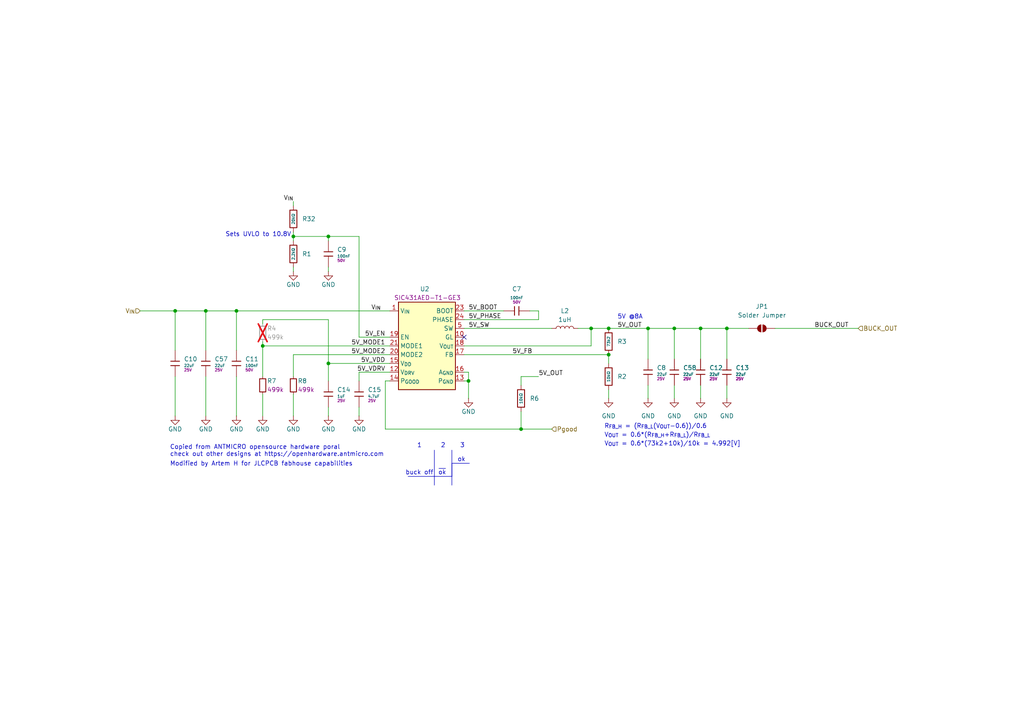
<source format=kicad_sch>
(kicad_sch (version 20231120) (generator "eeschema") (generator_version "8.0")
  (paper "A4")
  (title_block (date "2025-02-10") (rev "A") (company "ModuCard System"))
  (lib_symbols
    (symbol "Device:L" (pin_numbers hide) (pin_names (offset 1.016) hide)
      (property "Reference" "L" (at -1.27 0 90))
      (property "Value" "L" (at 1.905 0 90))
      (symbol "L_0_1"
        (arc (start 0 -2.54) (mid 0.6323 -1.905) (end 0 -1.27))
        (arc (start 0 -1.27) (mid 0.6323 -0.635) (end 0 0))
        (arc (start 0 0) (mid 0.6323 0.635) (end 0 1.27))
        (arc (start 0 1.27) (mid 0.6323 1.905) (end 0 2.54))
      )
      (symbol "L_1_1"
        (pin passive line (at 0 3.81 270) (length 1.27) (name "1") (number "1"))
        (pin passive line (at 0 -3.81 90) (length 1.27) (name "2") (number "2"))
      )
    )
    (symbol "Jumper:SolderJumper_2_Open" (pin_numbers hide) (pin_names (offset 0) hide) (exclude_from_sim yes) (in_bom no)
      (property "Reference" "JP" (at 0 2.032 0))
      (property "Value" "SolderJumper_2_Open" (at 0 -2.54 0))
      (symbol "SolderJumper_2_Open_0_1"
        (arc (start -0.254 1.016) (mid -1.2656 0) (end -0.254 -1.016))
        (arc (start -0.254 1.016) (mid -1.2656 0) (end -0.254 -1.016) (fill (type outline)))
        (polyline (pts (xy -0.254 1.016) (xy -0.254 -1.016)))
        (polyline (pts (xy 0.254 1.016) (xy 0.254 -1.016)))
        (arc (start 0.254 -1.016) (mid 1.2656 0) (end 0.254 1.016))
        (arc (start 0.254 -1.016) (mid 1.2656 0) (end 0.254 1.016) (fill (type outline)))
      )
      (symbol "SolderJumper_2_Open_1_1"
        (pin passive line (at -3.81 0 0) (length 2.54) (name "A") (number "1"))
        (pin passive line (at 3.81 0 180) (length 2.54) (name "B") (number "2"))
      )
    )
    (symbol "PCM_JLCPCB-Capacitors:0402,100nF,(2)" (pin_numbers hide) (pin_names (offset 0))
      (property "Reference" "C" (at 2.032 1.668 0))
      (property "Value" "100nF" (at 2.032 -0.3782 0))
      (property "Voltage Rated" "50V" (at 2.032 -2.0462 0))
      (symbol "0402,100nF,(2)_0_1"
        (polyline (pts (xy -1.27 -0.635) (xy 1.27 -0.635)) (stroke (width 0.254)))
        (polyline (pts (xy -1.27 0.635) (xy 1.27 0.635)) (stroke (width 0.254)))
      )
      (symbol "0402,100nF,(2)_1_1"
        (pin passive line (at 0 3.81 270) (length 3.175) (name "~") (number "1"))
        (pin passive line (at 0 -3.81 90) (length 3.175) (name "~") (number "2"))
      )
    )
    (symbol "PCM_JLCPCB-Capacitors:0402,1uF" (pin_numbers hide) (pin_names (offset 0))
      (property "Reference" "C" (at 2.032 1.668 0))
      (property "Value" "1uF" (at 2.032 -0.3782 0))
      (property "Voltage Rated" "25V" (at 2.032 -2.0462 0))
      (symbol "0402,1uF_0_1"
        (polyline (pts (xy -1.27 -0.635) (xy 1.27 -0.635)) (stroke (width 0.254)))
        (polyline (pts (xy -1.27 0.635) (xy 1.27 0.635)) (stroke (width 0.254)))
      )
      (symbol "0402,1uF_1_1"
        (pin passive line (at 0 3.81 270) (length 3.175) (name "~") (number "1"))
        (pin passive line (at 0 -3.81 90) (length 3.175) (name "~") (number "2"))
      )
    )
    (symbol "PCM_JLCPCB-Capacitors:0805,22uF" (pin_numbers hide) (pin_names (offset 0))
      (property "Reference" "C" (at 2.032 1.668 0))
      (property "Value" "22uF" (at 2.032 -0.3782 0))
      (property "Voltage Rated" "25V" (at 2.032 -2.0462 0))
      (symbol "0805,22uF_0_1"
        (polyline (pts (xy -1.27 -0.635) (xy 1.27 -0.635)) (stroke (width 0.254)))
        (polyline (pts (xy -1.27 0.635) (xy 1.27 0.635)) (stroke (width 0.254)))
      )
      (symbol "0805,22uF_1_1"
        (pin passive line (at 0 3.81 270) (length 3.175) (name "~") (number "1"))
        (pin passive line (at 0 -3.81 90) (length 3.175) (name "~") (number "2"))
      )
    )
    (symbol "PCM_JLCPCB-Capacitors:0805,4.7uF" (pin_numbers hide) (pin_names (offset 0))
      (property "Reference" "C" (at 2.032 1.668 0))
      (property "Value" "4.7uF" (at 2.032 -0.3782 0))
      (property "Voltage Rated" "25V" (at 2.032 -2.0462 0))
      (symbol "0805,4.7uF_0_1"
        (polyline (pts (xy -1.27 -0.635) (xy 1.27 -0.635)) (stroke (width 0.254)))
        (polyline (pts (xy -1.27 0.635) (xy 1.27 0.635)) (stroke (width 0.254)))
      )
      (symbol "0805,4.7uF_1_1"
        (pin passive line (at 0 3.81 270) (length 3.175) (name "~") (number "1"))
        (pin passive line (at 0 -3.81 90) (length 3.175) (name "~") (number "2"))
      )
    )
    (symbol "PCM_JLCPCB-Resistors:0402,0Ω" (pin_numbers hide) (pin_names (offset 0))
      (property "Reference" "R" (at 1.778 0 0))
      (property "Value" "0Ω" (at 0 0 90))
      (symbol "0402,0Ω_0_1"
        (rectangle (start -1.016 2.54) (end 1.016 -2.54) (stroke (width 0.254)))
      )
      (symbol "0402,0Ω_1_1"
        (pin passive line (at 0 3.81 270) (length 1.27) (name "~") (number "1"))
        (pin passive line (at 0 -3.81 90) (length 1.27) (name "~") (number "2"))
      )
    )
    (symbol "PCM_JLCPCB-Resistors:0402,10kΩ" (pin_numbers hide) (pin_names (offset 0))
      (property "Reference" "R" (at 1.778 0 0))
      (property "Value" "10kΩ" (at 0 0 90))
      (symbol "0402,10kΩ_0_1"
        (rectangle (start -1.016 2.54) (end 1.016 -2.54) (stroke (width 0.254)))
      )
      (symbol "0402,10kΩ_1_1"
        (pin passive line (at 0 3.81 270) (length 1.27) (name "~") (number "1"))
        (pin passive line (at 0 -3.81 90) (length 1.27) (name "~") (number "2"))
      )
    )
    (symbol "PCM_JLCPCB-Resistors:0402,2.2kΩ" (pin_numbers hide) (pin_names (offset 0))
      (property "Reference" "R" (at 1.778 0 0))
      (property "Value" "2.2kΩ" (at 0 0 90))
      (symbol "0402,2.2kΩ_0_1"
        (rectangle (start -1.016 2.54) (end 1.016 -2.54) (stroke (width 0.254)))
      )
      (symbol "0402,2.2kΩ_1_1"
        (pin passive line (at 0 3.81 270) (length 1.27) (name "~") (number "1"))
        (pin passive line (at 0 -3.81 90) (length 1.27) (name "~") (number "2"))
      )
    )
    (symbol "PCM_JLCPCB-Resistors:0402,20kΩ" (pin_numbers hide) (pin_names (offset 0))
      (property "Reference" "R" (at 1.778 0 0))
      (property "Value" "20kΩ" (at 0 0 90))
      (symbol "0402,20kΩ_0_1"
        (rectangle (start -1.016 2.54) (end 1.016 -2.54) (stroke (width 0.254)))
      )
      (symbol "0402,20kΩ_1_1"
        (pin passive line (at 0 3.81 270) (length 1.27) (name "~") (number "1"))
        (pin passive line (at 0 -3.81 90) (length 1.27) (name "~") (number "2"))
      )
    )
    (symbol "SIC431AED-T1-GE3_1"
      (property "Reference" "U" (at 33.02 -2.54 0))
      (property "MPN" "SIC431AED-T1-GE3 " (at 33.02 -5.08 0))
      (symbol "SIC431AED-T1-GE3_1_1_1"
        (rectangle (start 2.54 2.54) (end 19.05 -22.86) (stroke (width 0.254)) (fill (type background)))
        (pin power_in line (at 0 0 0) (length 2.54) (name "V_{IN}") (number "1"))
        (pin passive line (at 21.59 -7.62 180) (length 2.54) (name "GL") (number "10"))
        (pin passive line (at 21.59 -7.62 180) (length 2.54) hide (name "GL") (number "11"))
        (pin passive line (at 0 -17.78 0) (length 2.54) (name "V_{DRV}") (number "12"))
        (pin power_in line (at 21.59 -20.32 180) (length 2.54) (name "P_{GND}") (number "13"))
        (pin output line (at 0 -20.32 0) (length 2.54) (name "P_{GOOD}") (number "14"))
        (pin passive line (at 0 -15.24 0) (length 2.54) (name "V_{DD}") (number "15"))
        (pin power_in line (at 21.59 -17.78 180) (length 2.54) (name "A_{GND}") (number "16"))
        (pin passive line (at 21.59 -12.7 180) (length 2.54) (name "FB") (number "17"))
        (pin passive line (at 21.59 -10.16 180) (length 2.54) (name "V_{OUT}") (number "18"))
        (pin input line (at 0 -7.62 0) (length 2.54) (name "EN") (number "19"))
        (pin passive line (at 0 0 0) (length 2.54) hide (name "V_{IN}") (number "2"))
        (pin input line (at 0 -12.7 0) (length 2.54) (name "MODE2") (number "20"))
        (pin input line (at 0 -10.16 0) (length 2.54) (name "MODE1") (number "21"))
        (pin passive line (at 0 0 0) (length 2.54) hide (name "V_{IN}") (number "22"))
        (pin passive line (at 21.59 0 180) (length 2.54) (name "BOOT") (number "23"))
        (pin passive line (at 21.59 -2.54 180) (length 2.54) (name "PHASE") (number "24"))
        (pin passive line (at 21.59 -17.78 180) (length 2.54) hide (name "A_{GND}") (number "25"))
        (pin passive line (at 0 0 0) (length 2.54) hide (name "V_{IN}") (number "26"))
        (pin passive line (at 21.59 -20.32 180) (length 2.54) hide (name "P_{GND}") (number "27"))
        (pin passive line (at 21.59 -7.62 180) (length 2.54) hide (name "GL") (number "28"))
        (pin passive line (at 21.59 -20.32 180) (length 2.54) hide (name "P_{GND}") (number "3"))
        (pin passive line (at 21.59 -20.32 180) (length 2.54) hide (name "P_{GND}") (number "4"))
        (pin passive line (at 21.59 -5.08 180) (length 2.54) (name "SW") (number "5"))
        (pin passive line (at 21.59 -5.08 180) (length 2.54) hide (name "SW") (number "6"))
        (pin passive line (at 21.59 -5.08 180) (length 2.54) hide (name "SW") (number "7"))
        (pin passive line (at 21.59 -5.08 180) (length 2.54) hide (name "SW") (number "8"))
        (pin passive line (at 21.59 -5.08 180) (length 2.54) hide (name "SW") (number "9"))
      )
    )
    (symbol "antmicroResistors0402:R_499k_0402" (pin_numbers hide) (pin_names hide)
      (property "Reference" "R" (at 20.32 -5.08 0))
      (property "Val" "499k" (at 20.32 -7.62 0))
      (symbol "R_499k_0402_0_1"
        (rectangle (start 0.635 0.889) (end 4.445 -0.889) (stroke (width 0.254)))
      )
      (symbol "R_499k_0402_1_1"
        (pin passive line (at 0 0 0) (length 0.635) (name "~") (number "1"))
        (pin passive line (at 5.08 0 180) (length 0.635) (name "~") (number "2"))
      )
    )
    (symbol "antmicropower:GND" (power) (pin_numbers hide) (pin_names hide)
      (property "Value" "GND" (at 8.89 -5.08 0))
      (symbol "GND_1_1"
        (polyline (pts (xy 0 0) (xy 0 -1.27) (xy 1.27 -1.27) (xy 0 -2.54) (xy -1.27 -1.27) (xy 0 -1.27)))
        (pin power_in line (at 0 0 270) (length 0) (name "GND") (number "1"))
      )
    )
    (symbol "power:GND" (power) (pin_numbers hide) (pin_names (offset 0) hide)
      (property "Value" "GND" (at 0 -3.81 0))
      (symbol "GND_0_1"
        (polyline (pts (xy 0 0) (xy 0 -1.27) (xy 1.27 -1.27) (xy 0 -2.54) (xy -1.27 -1.27) (xy 0 -1.27)))
      )
      (symbol "GND_1_1"
        (pin power_in line (at 0 0 270) (length 0) (name "~") (number "1"))
      )
    )
  )
  (junction (at 135.89 110.49))
  (junction (at 95.25 68.58))
  (junction (at 68.58 90.17))
  (junction (at 203.2 95.25))
  (junction (at 176.53 95.25))
  (junction (at 187.96 95.25))
  (junction (at 59.69 90.17))
  (junction (at 210.82 95.25))
  (junction (at 85.09 68.58))
  (junction (at 95.25 105.41))
  (junction (at 195.58 95.25))
  (junction (at 151.13 124.46))
  (junction (at 76.2 100.33))
  (junction (at 176.53 102.87))
  (junction (at 50.8 90.17))
  (junction (at 171.45 95.25))
  (no_connect (at 134.62 97.79))
  (polyline (pts (xy 125.984 138.176) (xy 125.984 140.716)))
  (wire (pts (xy 135.89 115.57) (xy 135.89 110.49)))
  (wire (pts (xy 134.62 92.71) (xy 156.21 92.71)))
  (wire (pts (xy 151.13 119.38) (xy 151.13 124.46)))
  (wire (pts (xy 111.76 124.46) (xy 151.13 124.46)))
  (wire (pts (xy 134.62 100.33) (xy 171.45 100.33)))
  (wire (pts (xy 85.09 68.58) (xy 95.25 68.58)))
  (wire (pts (xy 187.96 95.25) (xy 195.58 95.25)))
  (wire (pts (xy 151.13 124.46) (xy 160.02 124.46)))
  (wire (pts (xy 113.03 110.49) (xy 111.76 110.49)))
  (wire (pts (xy 104.14 107.95) (xy 113.03 107.95)))
  (wire (pts (xy 76.2 92.71) (xy 95.25 92.71)))
  (wire (pts (xy 134.62 90.17) (xy 146.05 90.17)))
  (wire (pts (xy 68.58 109.22) (xy 68.58 120.65)))
  (wire (pts (xy 210.82 95.25) (xy 210.82 104.14)))
  (wire (pts (xy 95.25 92.71) (xy 95.25 105.41)))
  (wire (pts (xy 76.2 114.3) (xy 76.2 120.65)))
  (wire (pts (xy 85.09 78.74) (xy 85.09 77.47)))
  (wire (pts (xy 195.58 111.76) (xy 195.58 115.57)))
  (wire (pts (xy 76.2 100.33) (xy 113.03 100.33)))
  (wire (pts (xy 176.53 102.87) (xy 176.53 105.41)))
  (wire (pts (xy 176.53 113.03) (xy 176.53 115.57)))
  (wire (pts (xy 50.8 109.22) (xy 50.8 120.65)))
  (wire (pts (xy 76.2 99.06) (xy 76.2 100.33)))
  (polyline (pts (xy 131.064 138.176) (xy 131.064 140.716)))
  (wire (pts (xy 187.96 95.25) (xy 187.96 104.14)))
  (wire (pts (xy 95.25 68.58) (xy 104.14 68.58)))
  (wire (pts (xy 156.21 90.17) (xy 156.21 92.71)))
  (wire (pts (xy 156.21 109.22) (xy 151.13 109.22)))
  (wire (pts (xy 153.67 90.17) (xy 156.21 90.17)))
  (wire (pts (xy 195.58 95.25) (xy 203.2 95.25)))
  (wire (pts (xy 104.14 107.95) (xy 104.14 110.49)))
  (polyline (pts (xy 125.984 130.556) (xy 125.984 138.176)))
  (polyline (pts (xy 131.064 134.366) (xy 131.064 138.176)))
  (wire (pts (xy 76.2 92.71) (xy 76.2 93.98)))
  (wire (pts (xy 85.09 102.87) (xy 113.03 102.87)))
  (wire (pts (xy 95.25 77.47) (xy 95.25 78.74)))
  (wire (pts (xy 134.62 95.25) (xy 160.02 95.25)))
  (wire (pts (xy 50.8 90.17) (xy 50.8 101.6)))
  (polyline (pts (xy 131.064 138.176) (xy 125.984 138.176)))
  (wire (pts (xy 203.2 111.76) (xy 203.2 115.57)))
  (wire (pts (xy 203.2 95.25) (xy 210.82 95.25)))
  (wire (pts (xy 85.09 67.31) (xy 85.09 68.58)))
  (wire (pts (xy 76.2 109.22) (xy 76.2 100.33)))
  (wire (pts (xy 59.69 90.17) (xy 68.58 90.17)))
  (wire (pts (xy 195.58 95.25) (xy 195.58 104.14)))
  (wire (pts (xy 85.09 102.87) (xy 85.09 109.22)))
  (wire (pts (xy 134.62 102.87) (xy 176.53 102.87)))
  (wire (pts (xy 104.14 97.79) (xy 113.03 97.79)))
  (wire (pts (xy 95.25 105.41) (xy 113.03 105.41)))
  (wire (pts (xy 50.8 90.17) (xy 59.69 90.17)))
  (wire (pts (xy 171.45 95.25) (xy 176.53 95.25)))
  (wire (pts (xy 40.64 90.17) (xy 50.8 90.17)))
  (wire (pts (xy 171.45 100.33) (xy 171.45 95.25)))
  (wire (pts (xy 85.09 68.58) (xy 85.09 69.85)))
  (wire (pts (xy 176.53 95.25) (xy 187.96 95.25)))
  (wire (pts (xy 167.64 95.25) (xy 171.45 95.25)))
  (wire (pts (xy 134.62 107.95) (xy 135.89 107.95)))
  (wire (pts (xy 111.76 110.49) (xy 111.76 124.46)))
  (wire (pts (xy 59.69 109.22) (xy 59.69 120.65)))
  (wire (pts (xy 210.82 111.76) (xy 210.82 115.57)))
  (wire (pts (xy 95.25 118.11) (xy 95.25 120.65)))
  (wire (pts (xy 68.58 90.17) (xy 113.03 90.17)))
  (polyline (pts (xy 118.364 138.176) (xy 125.984 138.176)))
  (wire (pts (xy 203.2 95.25) (xy 203.2 104.14)))
  (wire (pts (xy 135.89 110.49) (xy 135.89 107.95)))
  (wire (pts (xy 104.14 118.11) (xy 104.14 120.65)))
  (polyline (pts (xy 136.144 134.366) (xy 131.064 134.366)))
  (wire (pts (xy 95.25 68.58) (xy 95.25 69.85)))
  (wire (pts (xy 210.82 95.25) (xy 217.17 95.25)))
  (wire (pts (xy 104.14 68.58) (xy 104.14 97.79)))
  (wire (pts (xy 224.79 95.25) (xy 248.92 95.25)))
  (polyline (pts (xy 131.064 130.556) (xy 131.064 138.176)))
  (wire (pts (xy 68.58 90.17) (xy 68.58 101.6)))
  (wire (pts (xy 59.69 90.17) (xy 59.69 101.6)))
  (wire (pts (xy 151.13 109.22) (xy 151.13 111.76)))
  (wire (pts (xy 95.25 110.49) (xy 95.25 105.41)))
  (wire (pts (xy 187.96 111.76) (xy 187.96 115.57)))
  (wire (pts (xy 85.09 58.42) (xy 85.09 59.69)))
  (wire (pts (xy 85.09 114.3) (xy 85.09 120.65)))
  (wire (pts (xy 134.62 110.49) (xy 135.89 110.49)))
  (text "Sets UVLO to 10.8V" (at 74.93 68.072 0) (effects (font (size 1.27 1.27))))
  (text "Modified by Artem H for JLCPCB fabhouse capabilities\n\n" (at 49.276 135.636 0) (effects (font (size 1.27 1.27)) (justify left)))
  (text "~{ok}" (at 128.27 137.16 0) (effects (font (size 1.27 1.27))))
  (text "1" (at 121.666 129.286 0) (effects (font (size 1.27 1.27))))
  (text "2" (at 128.524 129.286 0) (effects (font (size 1.27 1.27))))
  (text "Copied from ANTMICRO opensource hardware poral\ncheck out other designs at https://openhardware.antmicro.com " (at 49.276 130.81 0) (effects (font (size 1.27 1.27)) (justify left)))
  (text "V_{OUT} = 0.6*(R_{FB_H}+R_{FB_L})/R_{FB_L}\n" (at 175.26 127 0) (effects (font (size 1.27 1.27)) (justify left bottom)))
  (text "5V @8A\n" (at 179.07 92.71 0) (effects (font (size 1.27 1.27)) (justify left bottom)))
  (text "3" (at 134.112 129.286 0) (effects (font (size 1.27 1.27))))
  (text "buck off\n" (at 121.666 137.16 0) (effects (font (size 1.27 1.27))))
  (text "V_{OUT} = 0.6*(73k2+10k)/10k = 4.992[V]" (at 175.26 129.54 0) (effects (font (size 1.27 1.27)) (justify left bottom)))
  (text "ok" (at 133.858 133.35 0) (effects (font (size 1.27 1.27))))
  (text "R_{FB_H} = (R_{FB_L}(V_{OUT}-0.6))/0.6\n" (at 175.26 124.46 0) (effects (font (size 1.27 1.27)) (justify left bottom)))
  (label "5V_MODE2" (at 111.76 102.87 180))
  (label "5V_MODE1" (at 111.76 100.33 180))
  (label "5V_SW" (at 135.89 95.25 0))
  (label "5V_PHASE" (at 135.89 92.71 0))
  (label "5V_VDRV" (at 111.76 107.95 180))
  (label "5V_EN" (at 111.76 97.79 180))
  (label "5V_OUT" (at 179.07 95.25 0))
  (label "V_{IN}" (at 110.49 90.17 180))
  (label "5V_VDD" (at 111.76 105.41 180))
  (label "5V_BOOT" (at 135.89 90.17 0))
  (label "BUCK_OUT" (at 236.22 95.25 0))
  (label "V_{IN}" (at 85.09 58.42 180))
  (label "5V_OUT" (at 156.21 109.22 0))
  (label "5V_FB" (at 148.59 102.87 0))
  (hierarchical_label "Pgood" (shape input) (at 160.02 124.46 0))
  (hierarchical_label "V_{IN}" (shape input) (at 40.64 90.17 180))
  (hierarchical_label "BUCK_OUT" (shape input) (at 248.92 95.25 0))
  (symbol (lib_id "PCM_JLCPCB-Resistors:0402,10kΩ") (at 151.13 115.57 0) (unit 1)
    (property "Reference" "R6" (at 153.67 115.57 0) (effects (justify left)))
    (property "Value" "10kΩ" (at 151.13 115.57 90) (effects (font (size 0.8 0.8))))
    (property "Footprint" "PCM_JLCPCB:R_0402" (effects (hide yes)))
    (property "Datasheet" "https://www.lcsc.com/datasheet/lcsc_datasheet_2411221126_UNI-ROYAL-Uniroyal-Elec-0402WGF1002TCE_C25744.pdf" (effects (hide yes)))
    (property "Description" "62.5mW Thick Film Resistors 50V ±100ppm/°C ±1% 10kΩ 0402 Chip Resistor - Surface Mount ROHS" (effects (hide yes)))
    (property "LCSC" "C25744" (effects (hide yes)))
    (property "Stock" "6666349" (effects (hide yes)))
    (property "Price" "0.004USD" (effects (hide yes)))
    (property "Process" "SMT" (effects (hide yes)))
    (property "Minimum Qty" "5" (effects (hide yes)))
    (property "Attrition Qty" "0" (effects (hide yes)))
    (property "Class" "Basic Component" (effects (hide yes)))
    (property "Category" "Resistors,Chip Resistor - Surface Mount" (effects (hide yes)))
    (property "Manufacturer" "UNI-ROYAL(Uniroyal Elec)" (effects (hide yes)))
    (property "Part" "0402WGF1002TCE" (effects (hide yes)))
    (property "Resistance" "10kΩ" (effects (hide yes)))
    (property "Power(Watts)" "62.5mW" (effects (hide yes)))
    (property "Type" "Thick Film Resistors" (effects (hide yes)))
    (property "Overload Voltage (Max)" "50V" (effects (hide yes)))
    (property "Operating Temperature Range" "-55°C~+155°C" (effects (hide yes)))
    (property "Tolerance" "±1%" (effects (hide yes)))
    (property "Temperature Coefficient" "±100ppm/°C" (effects (hide yes)))
  )
  (symbol (lib_id "antmicropower:GND") (at 68.58 120.65 0) (unit 1)
    (property "Reference" "#PWR038" (effects (hide yes)))
    (property "Value" "GND" (at 68.58 124.46 0))
    (property "Author" "Antmicro" (effects (hide yes)))
    (property "License" "Apache-2.0" (effects (hide yes)))
  )
  (symbol (lib_id "PCM_JLCPCB-Resistors:0402,10kΩ") (at 176.53 109.22 0) (unit 1)
    (property "Reference" "R2" (at 179.07 109.22 0) (effects (justify left)))
    (property "Value" "10kΩ" (at 176.53 109.22 90) (effects (font (size 0.8 0.8))))
    (property "Footprint" "PCM_JLCPCB:R_0402" (effects (hide yes)))
    (property "Datasheet" "https://www.lcsc.com/datasheet/lcsc_datasheet_2411221126_UNI-ROYAL-Uniroyal-Elec-0402WGF1002TCE_C25744.pdf" (effects (hide yes)))
    (property "Description" "62.5mW Thick Film Resistors 50V ±100ppm/°C ±1% 10kΩ 0402 Chip Resistor - Surface Mount ROHS" (effects (hide yes)))
    (property "LCSC" "C25744" (effects (hide yes)))
    (property "Stock" "6666349" (effects (hide yes)))
    (property "Price" "0.004USD" (effects (hide yes)))
    (property "Process" "SMT" (effects (hide yes)))
    (property "Minimum Qty" "5" (effects (hide yes)))
    (property "Attrition Qty" "0" (effects (hide yes)))
    (property "Class" "Basic Component" (effects (hide yes)))
    (property "Category" "Resistors,Chip Resistor - Surface Mount" (effects (hide yes)))
    (property "Manufacturer" "UNI-ROYAL(Uniroyal Elec)" (effects (hide yes)))
    (property "Part" "0402WGF1002TCE" (effects (hide yes)))
    (property "Resistance" "10kΩ" (effects (hide yes)))
    (property "Power(Watts)" "62.5mW" (effects (hide yes)))
    (property "Type" "Thick Film Resistors" (effects (hide yes)))
    (property "Overload Voltage (Max)" "50V" (effects (hide yes)))
    (property "Operating Temperature Range" "-55°C~+155°C" (effects (hide yes)))
    (property "Tolerance" "±1%" (effects (hide yes)))
    (property "Temperature Coefficient" "±100ppm/°C" (effects (hide yes)))
  )
  (symbol (lib_id "PCM_JLCPCB-Resistors:0402,0Ω") (at 176.53 99.06 0) (unit 1)
    (property "Reference" "R3" (at 179.07 99.06 0) (effects (justify left)))
    (property "Value" "73k2" (at 176.53 99.06 90) (effects (font (size 0.8 0.8))))
    (property "Footprint" "PCM_JLCPCB:R_0402" (effects (hide yes)))
    (property "Datasheet" "https://www.lcsc.com/datasheet/lcsc_datasheet_2206010216_UNI-ROYAL-Uniroyal-Elec-0402WGF0000TCE_C17168.pdf" (effects (hide yes)))
    (property "Description" "62.5mW Thick Film Resistors 50V ±800ppm/°C ±1% 0Ω 0402 Chip Resistor - Surface Mount ROHS" (effects (hide yes)))
    (property "LCSC" "C17168" (effects (hide yes)))
    (property "Stock" "5514860" (effects (hide yes)))
    (property "Price" "0.004USD" (effects (hide yes)))
    (property "Process" "SMT" (effects (hide yes)))
    (property "Minimum Qty" "20" (effects (hide yes)))
    (property "Attrition Qty" "10" (effects (hide yes)))
    (property "Class" "Basic Component" (effects (hide yes)))
    (property "Category" "Resistors,Chip Resistor - Surface Mount" (effects (hide yes)))
    (property "Manufacturer" "UNI-ROYAL(Uniroyal Elec)" (effects (hide yes)))
    (property "Part" "0402WGF0000TCE" (effects (hide yes)))
    (property "Resistance" "0Ω" (effects (hide yes)))
    (property "Power(Watts)" "62.5mW" (effects (hide yes)))
    (property "Type" "Thick Film Resistors" (effects (hide yes)))
    (property "Overload Voltage (Max)" "50V" (effects (hide yes)))
    (property "Operating Temperature Range" "-55°C~+155°C" (effects (hide yes)))
    (property "Tolerance" "±1%" (effects (hide yes)))
    (property "Temperature Coefficient" "±800ppm/°C" (effects (hide yes)))
  )
  (symbol (lib_id "PCM_JLCPCB-Capacitors:0805,4.7uF") (at 104.14 114.3 0) (unit 1)
    (property "Reference" "C15" (at 106.68 113.03 0) (effects (justify left)))
    (property "Value" "4.7uF" (at 106.68 114.935 0) (effects (font (size 0.8 0.8)) (justify left)))
    (property "Footprint" "PCM_JLCPCB:C_0805" (effects (hide yes)))
    (property "Datasheet" "https://www.lcsc.com/datasheet/lcsc_datasheet_2304140030_Samsung-Electro-Mechanics-CL21A475KAQNNNE_C1779.pdf" (effects (hide yes)))
    (property "Description" "25V 4.7uF X5R ±10% 0805 Multilayer Ceramic Capacitors MLCC - SMD/SMT ROHS" (effects (hide yes)))
    (property "LCSC" "C1779" (effects (hide yes)))
    (property "Stock" "1951831" (effects (hide yes)))
    (property "Price" "0.013USD" (effects (hide yes)))
    (property "Process" "SMT" (effects (hide yes)))
    (property "Minimum Qty" "20" (effects (hide yes)))
    (property "Attrition Qty" "10" (effects (hide yes)))
    (property "Class" "Basic Component" (effects (hide yes)))
    (property "Category" "Capacitors,Multilayer Ceramic Capacitors MLCC - SMD/SMT" (effects (hide yes)))
    (property "Manufacturer" "Samsung Electro-Mechanics" (effects (hide yes)))
    (property "Part" "CL21A475KAQNNNE" (effects (hide yes)))
    (property "Voltage Rated" "25V" (at 106.68 116.205 0) (effects (font (size 0.8 0.8)) (justify left)))
    (property "Tolerance" "±10%" (effects (hide yes)))
    (property "Capacitance" "4.7uF" (effects (hide yes)))
    (property "Temperature Coefficient" "X5R" (effects (hide yes)))
  )
  (symbol (lib_id "antmicropower:GND") (at 85.09 120.65 0) (unit 1)
    (property "Reference" "#PWR040" (effects (hide yes)))
    (property "Value" "GND" (at 85.09 124.46 0))
    (property "Author" "Antmicro" (effects (hide yes)))
    (property "License" "Apache-2.0" (effects (hide yes)))
  )
  (symbol (lib_id "power:GND") (at 187.96 115.57 0) (unit 1)
    (property "Reference" "#PWR047" (effects (hide yes)))
    (property "Value" "GND" (at 187.96 120.65 0))
    (property "Description" "Power symbol creates a global label with name \"GND\" , ground" (effects (hide yes)))
  )
  (symbol (lib_id "power:GND") (at 176.53 115.57 0) (unit 1)
    (property "Reference" "#PWR044" (effects (hide yes)))
    (property "Value" "GND" (at 176.53 120.65 0))
    (property "Description" "Power symbol creates a global label with name \"GND\" , ground" (effects (hide yes)))
  )
  (symbol (lib_name "SIC431AED-T1-GE3_1") (lib_id "antmicroDCDCConverters:SIC431AED-T1-GE3") (at 113.03 90.17 0) (unit 1)
    (property "Reference" "U2" (at 123.19 83.82 0))
    (property "Value" "SIC431AED-T1-GE3" (effects (hide yes)))
    (property "Footprint" "antmicro-footprints:MLP44-24L_4x4x0.75mm" (effects (hide yes)))
    (property "Datasheet" "https://www.vishay.com/docs/74589/sic431.pdf" (effects (hide yes)))
    (property "Manufacturer" "Vishay" (effects (hide yes)))
    (property "MPN" "SIC431AED-T1-GE3 " (at 124.46 86.36 0))
    (property "Author" "Antmicro" (effects (hide yes)))
    (property "License" "Apache-2.0" (effects (hide yes)))
  )
  (symbol (lib_id "PCM_JLCPCB-Capacitors:0402,100nF,(2)") (at 95.25 73.66 0) (unit 1)
    (property "Reference" "C9" (at 97.79 72.39 0) (effects (justify left)))
    (property "Value" "100nF" (at 97.79 74.295 0) (effects (font (size 0.8 0.8)) (justify left)))
    (property "Footprint" "PCM_JLCPCB:C_0402" (effects (hide yes)))
    (property "Datasheet" "https://www.lcsc.com/datasheet/lcsc_datasheet_2304140030_Samsung-Electro-Mechanics-CL05B104KB54PNC_C307331.pdf" (effects (hide yes)))
    (property "Description" "50V 100nF X7R ±10% 0402 Multilayer Ceramic Capacitors MLCC - SMD/SMT ROHS" (effects (hide yes)))
    (property "LCSC" "C307331" (effects (hide yes)))
    (property "Stock" "5358037" (effects (hide yes)))
    (property "Price" "0.008USD" (effects (hide yes)))
    (property "Process" "SMT" (effects (hide yes)))
    (property "Minimum Qty" "20" (effects (hide yes)))
    (property "Attrition Qty" "10" (effects (hide yes)))
    (property "Class" "Basic Component" (effects (hide yes)))
    (property "Category" "Capacitors,Multilayer Ceramic Capacitors MLCC - SMD/SMT" (effects (hide yes)))
    (property "Manufacturer" "Samsung Electro-Mechanics" (effects (hide yes)))
    (property "Part" "CL05B104KB54PNC" (effects (hide yes)))
    (property "Voltage Rated" "50V" (at 97.79 75.565 0) (effects (font (size 0.8 0.8)) (justify left)))
    (property "Tolerance" "±10%" (effects (hide yes)))
    (property "Capacitance" "100nF" (effects (hide yes)))
    (property "Temperature Coefficient" "X7R" (effects (hide yes)))
  )
  (symbol (lib_id "power:GND") (at 210.82 115.57 0) (unit 1)
    (property "Reference" "#PWR032" (effects (hide yes)))
    (property "Value" "GND" (at 210.82 120.65 0))
    (property "Description" "Power symbol creates a global label with name \"GND\" , ground" (effects (hide yes)))
  )
  (symbol (lib_id "PCM_JLCPCB-Resistors:0402,20kΩ") (at 85.09 63.5 0) (unit 1)
    (property "Reference" "R32" (at 87.63 63.5 0) (effects (justify left)))
    (property "Value" "20kΩ" (at 85.09 63.5 90) (effects (font (size 0.8 0.8))))
    (property "Footprint" "PCM_JLCPCB:R_0402" (effects (hide yes)))
    (property "Datasheet" "https://www.lcsc.com/datasheet/lcsc_datasheet_2206010100_UNI-ROYAL-Uniroyal-Elec-0402WGF2002TCE_C25765.pdf" (effects (hide yes)))
    (property "Description" "62.5mW Thick Film Resistors 50V ±100ppm/°C ±1% 20kΩ 0402 Chip Resistor - Surface Mount ROHS" (effects (hide yes)))
    (property "LCSC" "C25765" (effects (hide yes)))
    (property "Stock" "1747699" (effects (hide yes)))
    (property "Price" "0.004USD" (effects (hide yes)))
    (property "Process" "SMT" (effects (hide yes)))
    (property "Minimum Qty" "20" (effects (hide yes)))
    (property "Attrition Qty" "10" (effects (hide yes)))
    (property "Class" "Basic Component" (effects (hide yes)))
    (property "Category" "Resistors,Chip Resistor - Surface Mount" (effects (hide yes)))
    (property "Manufacturer" "UNI-ROYAL(Uniroyal Elec)" (effects (hide yes)))
    (property "Part" "0402WGF2002TCE" (effects (hide yes)))
    (property "Resistance" "20kΩ" (effects (hide yes)))
    (property "Power(Watts)" "62.5mW" (effects (hide yes)))
    (property "Type" "Thick Film Resistors" (effects (hide yes)))
    (property "Overload Voltage (Max)" "50V" (effects (hide yes)))
    (property "Operating Temperature Range" "-55°C~+155°C" (effects (hide yes)))
    (property "Tolerance" "±1%" (effects (hide yes)))
    (property "Temperature Coefficient" "±100ppm/°C" (effects (hide yes)))
  )
  (symbol (lib_id "PCM_JLCPCB-Capacitors:0805,22uF") (at 203.2 107.95 0) (unit 1)
    (property "Reference" "C12" (at 205.74 106.68 0) (effects (justify left)))
    (property "Value" "22uF" (at 205.74 108.585 0) (effects (font (size 0.8 0.8)) (justify left)))
    (property "Footprint" "PCM_JLCPCB:C_0805" (effects (hide yes)))
    (property "Datasheet" "https://www.lcsc.com/datasheet/lcsc_datasheet_2304140030_Samsung-Electro-Mechanics-CL21A226MAQNNNE_C45783.pdf" (effects (hide yes)))
    (property "Description" "25V 22uF X5R ±20% 0805 Multilayer Ceramic Capacitors MLCC - SMD/SMT ROHS" (effects (hide yes)))
    (property "LCSC" "C45783" (effects (hide yes)))
    (property "Stock" "2916538" (effects (hide yes)))
    (property "Price" "0.024USD" (effects (hide yes)))
    (property "Process" "SMT" (effects (hide yes)))
    (property "Minimum Qty" "20" (effects (hide yes)))
    (property "Attrition Qty" "6" (effects (hide yes)))
    (property "Class" "Basic Component" (effects (hide yes)))
    (property "Category" "Capacitors,Multilayer Ceramic Capacitors MLCC - SMD/SMT" (effects (hide yes)))
    (property "Manufacturer" "Samsung Electro-Mechanics" (effects (hide yes)))
    (property "Part" "CL21A226MAQNNNE" (effects (hide yes)))
    (property "Voltage Rated" "25V" (at 205.74 109.855 0) (effects (font (size 0.8 0.8)) (justify left)))
    (property "Tolerance" "±20%" (effects (hide yes)))
    (property "Capacitance" "22uF" (effects (hide yes)))
    (property "Temperature Coefficient" "X5R" (effects (hide yes)))
  )
  (symbol (lib_id "PCM_JLCPCB-Capacitors:0402,100nF,(2)") (at 68.58 105.41 0) (unit 1)
    (property "Reference" "C11" (at 71.12 104.14 0) (effects (justify left)))
    (property "Value" "100nF" (at 71.12 106.045 0) (effects (font (size 0.8 0.8)) (justify left)))
    (property "Footprint" "PCM_JLCPCB:C_0402" (effects (hide yes)))
    (property "Datasheet" "https://www.lcsc.com/datasheet/lcsc_datasheet_2304140030_Samsung-Electro-Mechanics-CL05B104KB54PNC_C307331.pdf" (effects (hide yes)))
    (property "Description" "50V 100nF X7R ±10% 0402 Multilayer Ceramic Capacitors MLCC - SMD/SMT ROHS" (effects (hide yes)))
    (property "LCSC" "C307331" (effects (hide yes)))
    (property "Stock" "5358037" (effects (hide yes)))
    (property "Price" "0.008USD" (effects (hide yes)))
    (property "Process" "SMT" (effects (hide yes)))
    (property "Minimum Qty" "20" (effects (hide yes)))
    (property "Attrition Qty" "10" (effects (hide yes)))
    (property "Class" "Basic Component" (effects (hide yes)))
    (property "Category" "Capacitors,Multilayer Ceramic Capacitors MLCC - SMD/SMT" (effects (hide yes)))
    (property "Manufacturer" "Samsung Electro-Mechanics" (effects (hide yes)))
    (property "Part" "CL05B104KB54PNC" (effects (hide yes)))
    (property "Voltage Rated" "50V" (at 71.12 107.315 0) (effects (font (size 0.8 0.8)) (justify left)))
    (property "Tolerance" "±10%" (effects (hide yes)))
    (property "Capacitance" "100nF" (effects (hide yes)))
    (property "Temperature Coefficient" "X7R" (effects (hide yes)))
  )
  (symbol (lib_id "antmicropower:GND") (at 95.25 78.74 0) (unit 1)
    (property "Reference" "#PWR034" (effects (hide yes)))
    (property "Value" "GND" (at 95.25 82.55 0))
    (property "Author" "Antmicro" (effects (hide yes)))
    (property "License" "Apache-2.0" (effects (hide yes)))
  )
  (symbol (lib_id "Jumper:SolderJumper_2_Open") (at 220.98 95.25 0) (unit 1) (exclude_from_sim yes) (in_bom no)
    (property "Reference" "JP1" (at 220.98 88.9 0))
    (property "Value" "Solder Jumper" (at 220.98 91.44 0))
    (property "Footprint" "Jumper:SolderJumper-2_P1.3mm_Open_RoundedPad1.0x1.5mm" (effects (hide yes)))
    (property "Description" "Solder Jumper, 2-pole, open" (effects (hide yes)))
  )
  (symbol (lib_id "PCM_JLCPCB-Capacitors:0402,100nF,(2)") (at 149.86 90.17 90) (unit 1)
    (property "Reference" "C7" (at 149.86 83.82 90))
    (property "Value" "100nF" (at 149.86 86.36 90) (effects (font (size 0.8 0.8))))
    (property "Footprint" "PCM_JLCPCB:C_0402" (effects (hide yes)))
    (property "Datasheet" "https://www.lcsc.com/datasheet/lcsc_datasheet_2304140030_Samsung-Electro-Mechanics-CL05B104KB54PNC_C307331.pdf" (effects (hide yes)))
    (property "Description" "50V 100nF X7R ±10% 0402 Multilayer Ceramic Capacitors MLCC - SMD/SMT ROHS" (effects (hide yes)))
    (property "LCSC" "C307331" (effects (hide yes)))
    (property "Stock" "5358037" (effects (hide yes)))
    (property "Price" "0.008USD" (effects (hide yes)))
    (property "Process" "SMT" (effects (hide yes)))
    (property "Minimum Qty" "20" (effects (hide yes)))
    (property "Attrition Qty" "10" (effects (hide yes)))
    (property "Class" "Basic Component" (effects (hide yes)))
    (property "Category" "Capacitors,Multilayer Ceramic Capacitors MLCC - SMD/SMT" (effects (hide yes)))
    (property "Manufacturer" "Samsung Electro-Mechanics" (effects (hide yes)))
    (property "Part" "CL05B104KB54PNC" (effects (hide yes)))
    (property "Voltage Rated" "50V" (at 149.86 87.63 90) (effects (font (size 0.8 0.8))))
    (property "Tolerance" "±10%" (effects (hide yes)))
    (property "Capacitance" "100nF" (effects (hide yes)))
    (property "Temperature Coefficient" "X7R" (effects (hide yes)))
  )
  (symbol (lib_id "PCM_JLCPCB-Capacitors:0805,22uF") (at 187.96 107.95 0) (unit 1)
    (property "Reference" "C8" (at 190.5 106.68 0) (effects (justify left)))
    (property "Value" "22uF" (at 190.5 108.585 0) (effects (font (size 0.8 0.8)) (justify left)))
    (property "Footprint" "PCM_JLCPCB:C_0805" (effects (hide yes)))
    (property "Datasheet" "https://www.lcsc.com/datasheet/lcsc_datasheet_2304140030_Samsung-Electro-Mechanics-CL21A226MAQNNNE_C45783.pdf" (effects (hide yes)))
    (property "Description" "25V 22uF X5R ±20% 0805 Multilayer Ceramic Capacitors MLCC - SMD/SMT ROHS" (effects (hide yes)))
    (property "LCSC" "C45783" (effects (hide yes)))
    (property "Stock" "2916538" (effects (hide yes)))
    (property "Price" "0.024USD" (effects (hide yes)))
    (property "Process" "SMT" (effects (hide yes)))
    (property "Minimum Qty" "20" (effects (hide yes)))
    (property "Attrition Qty" "6" (effects (hide yes)))
    (property "Class" "Basic Component" (effects (hide yes)))
    (property "Category" "Capacitors,Multilayer Ceramic Capacitors MLCC - SMD/SMT" (effects (hide yes)))
    (property "Manufacturer" "Samsung Electro-Mechanics" (effects (hide yes)))
    (property "Part" "CL21A226MAQNNNE" (effects (hide yes)))
    (property "Voltage Rated" "25V" (at 190.5 109.855 0) (effects (font (size 0.8 0.8)) (justify left)))
    (property "Tolerance" "±20%" (effects (hide yes)))
    (property "Capacitance" "22uF" (effects (hide yes)))
    (property "Temperature Coefficient" "X5R" (effects (hide yes)))
  )
  (symbol (lib_id "PCM_JLCPCB-Resistors:0402,2.2kΩ") (at 85.09 73.66 0) (unit 1)
    (property "Reference" "R1" (at 87.63 73.66 0) (effects (justify left)))
    (property "Value" "2.2kΩ" (at 85.09 73.66 90) (effects (font (size 0.8 0.8))))
    (property "Footprint" "PCM_JLCPCB:R_0402" (effects (hide yes)))
    (property "Datasheet" "https://www.lcsc.com/datasheet/lcsc_datasheet_2206010045_UNI-ROYAL-Uniroyal-Elec-0402WGF2201TCE_C25879.pdf" (effects (hide yes)))
    (property "Description" "62.5mW Thick Film Resistors 50V ±100ppm/°C ±1% 2.2kΩ 0402 Chip Resistor - Surface Mount ROHS" (effects (hide yes)))
    (property "LCSC" "C25879" (effects (hide yes)))
    (property "Stock" "1186966" (effects (hide yes)))
    (property "Price" "0.004USD" (effects (hide yes)))
    (property "Process" "SMT" (effects (hide yes)))
    (property "Minimum Qty" "20" (effects (hide yes)))
    (property "Attrition Qty" "10" (effects (hide yes)))
    (property "Class" "Basic Component" (effects (hide yes)))
    (property "Category" "Resistors,Chip Resistor - Surface Mount" (effects (hide yes)))
    (property "Manufacturer" "UNI-ROYAL(Uniroyal Elec)" (effects (hide yes)))
    (property "Part" "0402WGF2201TCE" (effects (hide yes)))
    (property "Resistance" "2.2kΩ" (effects (hide yes)))
    (property "Power(Watts)" "62.5mW" (effects (hide yes)))
    (property "Type" "Thick Film Resistors" (effects (hide yes)))
    (property "Overload Voltage (Max)" "50V" (effects (hide yes)))
    (property "Operating Temperature Range" "-55°C~+155°C" (effects (hide yes)))
    (property "Tolerance" "±1%" (effects (hide yes)))
    (property "Temperature Coefficient" "±100ppm/°C" (effects (hide yes)))
  )
  (symbol (lib_id "Device:L") (at 163.83 95.25 90) (unit 1)
    (property "Reference" "L2" (at 163.83 90.17 90))
    (property "Value" "1uH" (at 163.83 92.71 90))
    (property "Footprint" "Inductor_SMD:L_Sunlord_MWSA1005S" (effects (hide yes)))
    (property "Description" "Inductor" (effects (hide yes)))
    (property "LCSC" "C3002679 " (effects (hide yes)))
    (property "MPN" "CENKER CKST1004-1uH/M-B" (effects (hide yes)))
  )
  (symbol (lib_id "antmicropower:GND") (at 50.8 120.65 0) (unit 1)
    (property "Reference" "#PWR036" (effects (hide yes)))
    (property "Value" "GND" (at 50.8 124.46 0))
    (property "Author" "Antmicro" (effects (hide yes)))
    (property "License" "Apache-2.0" (effects (hide yes)))
  )
  (symbol (lib_id "PCM_JLCPCB-Capacitors:0805,22uF") (at 59.69 105.41 0) (unit 1)
    (property "Reference" "C57" (at 62.23 104.14 0) (effects (justify left)))
    (property "Value" "22uF" (at 62.23 106.045 0) (effects (font (size 0.8 0.8)) (justify left)))
    (property "Footprint" "PCM_JLCPCB:C_0805" (effects (hide yes)))
    (property "Datasheet" "https://www.lcsc.com/datasheet/lcsc_datasheet_2304140030_Samsung-Electro-Mechanics-CL21A226MAQNNNE_C45783.pdf" (effects (hide yes)))
    (property "Description" "25V 22uF X5R ±20% 0805 Multilayer Ceramic Capacitors MLCC - SMD/SMT ROHS" (effects (hide yes)))
    (property "LCSC" "C45783" (effects (hide yes)))
    (property "Stock" "2916538" (effects (hide yes)))
    (property "Price" "0.024USD" (effects (hide yes)))
    (property "Process" "SMT" (effects (hide yes)))
    (property "Minimum Qty" "20" (effects (hide yes)))
    (property "Attrition Qty" "6" (effects (hide yes)))
    (property "Class" "Basic Component" (effects (hide yes)))
    (property "Category" "Capacitors,Multilayer Ceramic Capacitors MLCC - SMD/SMT" (effects (hide yes)))
    (property "Manufacturer" "Samsung Electro-Mechanics" (effects (hide yes)))
    (property "Part" "CL21A226MAQNNNE" (effects (hide yes)))
    (property "Voltage Rated" "25V" (at 62.23 107.315 0) (effects (font (size 0.8 0.8)) (justify left)))
    (property "Tolerance" "±20%" (effects (hide yes)))
    (property "Capacitance" "22uF" (effects (hide yes)))
    (property "Temperature Coefficient" "X5R" (effects (hide yes)))
  )
  (symbol (lib_id "antmicropower:GND") (at 76.2 120.65 0) (unit 1)
    (property "Reference" "#PWR039" (effects (hide yes)))
    (property "Value" "GND" (at 76.2 124.46 0))
    (property "Author" "Antmicro" (effects (hide yes)))
    (property "License" "Apache-2.0" (effects (hide yes)))
  )
  (symbol (lib_id "PCM_JLCPCB-Capacitors:0805,22uF") (at 50.8 105.41 0) (unit 1)
    (property "Reference" "C10" (at 53.34 104.14 0) (effects (justify left)))
    (property "Value" "22uF" (at 53.34 106.045 0) (effects (font (size 0.8 0.8)) (justify left)))
    (property "Footprint" "PCM_JLCPCB:C_0805" (effects (hide yes)))
    (property "Datasheet" "https://www.lcsc.com/datasheet/lcsc_datasheet_2304140030_Samsung-Electro-Mechanics-CL21A226MAQNNNE_C45783.pdf" (effects (hide yes)))
    (property "Description" "25V 22uF X5R ±20% 0805 Multilayer Ceramic Capacitors MLCC - SMD/SMT ROHS" (effects (hide yes)))
    (property "LCSC" "C45783" (effects (hide yes)))
    (property "Stock" "2916538" (effects (hide yes)))
    (property "Price" "0.024USD" (effects (hide yes)))
    (property "Process" "SMT" (effects (hide yes)))
    (property "Minimum Qty" "20" (effects (hide yes)))
    (property "Attrition Qty" "6" (effects (hide yes)))
    (property "Class" "Basic Component" (effects (hide yes)))
    (property "Category" "Capacitors,Multilayer Ceramic Capacitors MLCC - SMD/SMT" (effects (hide yes)))
    (property "Manufacturer" "Samsung Electro-Mechanics" (effects (hide yes)))
    (property "Part" "CL21A226MAQNNNE" (effects (hide yes)))
    (property "Voltage Rated" "25V" (at 53.34 107.315 0) (effects (font (size 0.8 0.8)) (justify left)))
    (property "Tolerance" "±20%" (effects (hide yes)))
    (property "Capacitance" "22uF" (effects (hide yes)))
    (property "Temperature Coefficient" "X5R" (effects (hide yes)))
  )
  (symbol (lib_id "PCM_JLCPCB-Capacitors:0805,22uF") (at 210.82 107.95 0) (unit 1)
    (property "Reference" "C13" (at 213.36 106.68 0) (effects (justify left)))
    (property "Value" "22uF" (at 213.36 108.585 0) (effects (font (size 0.8 0.8)) (justify left)))
    (property "Footprint" "PCM_JLCPCB:C_0805" (effects (hide yes)))
    (property "Datasheet" "https://www.lcsc.com/datasheet/lcsc_datasheet_2304140030_Samsung-Electro-Mechanics-CL21A226MAQNNNE_C45783.pdf" (effects (hide yes)))
    (property "Description" "25V 22uF X5R ±20% 0805 Multilayer Ceramic Capacitors MLCC - SMD/SMT ROHS" (effects (hide yes)))
    (property "LCSC" "C45783" (effects (hide yes)))
    (property "Stock" "2916538" (effects (hide yes)))
    (property "Price" "0.024USD" (effects (hide yes)))
    (property "Process" "SMT" (effects (hide yes)))
    (property "Minimum Qty" "20" (effects (hide yes)))
    (property "Attrition Qty" "6" (effects (hide yes)))
    (property "Class" "Basic Component" (effects (hide yes)))
    (property "Category" "Capacitors,Multilayer Ceramic Capacitors MLCC - SMD/SMT" (effects (hide yes)))
    (property "Manufacturer" "Samsung Electro-Mechanics" (effects (hide yes)))
    (property "Part" "CL21A226MAQNNNE" (effects (hide yes)))
    (property "Voltage Rated" "25V" (at 213.36 109.855 0) (effects (font (size 0.8 0.8)) (justify left)))
    (property "Tolerance" "±20%" (effects (hide yes)))
    (property "Capacitance" "22uF" (effects (hide yes)))
    (property "Temperature Coefficient" "X5R" (effects (hide yes)))
  )
  (symbol (lib_id "PCM_JLCPCB-Capacitors:0805,22uF") (at 195.58 107.95 0) (unit 1)
    (property "Reference" "C58" (at 198.12 106.68 0) (effects (justify left)))
    (property "Value" "22uF" (at 198.12 108.585 0) (effects (font (size 0.8 0.8)) (justify left)))
    (property "Footprint" "PCM_JLCPCB:C_0805" (effects (hide yes)))
    (property "Datasheet" "https://www.lcsc.com/datasheet/lcsc_datasheet_2304140030_Samsung-Electro-Mechanics-CL21A226MAQNNNE_C45783.pdf" (effects (hide yes)))
    (property "Description" "25V 22uF X5R ±20% 0805 Multilayer Ceramic Capacitors MLCC - SMD/SMT ROHS" (effects (hide yes)))
    (property "LCSC" "C45783" (effects (hide yes)))
    (property "Stock" "2916538" (effects (hide yes)))
    (property "Price" "0.024USD" (effects (hide yes)))
    (property "Process" "SMT" (effects (hide yes)))
    (property "Minimum Qty" "20" (effects (hide yes)))
    (property "Attrition Qty" "6" (effects (hide yes)))
    (property "Class" "Basic Component" (effects (hide yes)))
    (property "Category" "Capacitors,Multilayer Ceramic Capacitors MLCC - SMD/SMT" (effects (hide yes)))
    (property "Manufacturer" "Samsung Electro-Mechanics" (effects (hide yes)))
    (property "Part" "CL21A226MAQNNNE" (effects (hide yes)))
    (property "Voltage Rated" "25V" (at 198.12 109.855 0) (effects (font (size 0.8 0.8)) (justify left)))
    (property "Tolerance" "±20%" (effects (hide yes)))
    (property "Capacitance" "22uF" (effects (hide yes)))
    (property "Temperature Coefficient" "X5R" (effects (hide yes)))
  )
  (symbol (lib_id "antmicropower:GND") (at 85.09 78.74 0) (unit 1)
    (property "Reference" "#PWR033" (effects (hide yes)))
    (property "Value" "GND" (at 85.09 82.55 0))
    (property "Author" "Antmicro" (effects (hide yes)))
    (property "License" "Apache-2.0" (effects (hide yes)))
  )
  (symbol (lib_id "PCM_JLCPCB-Capacitors:0402,1uF") (at 95.25 114.3 0) (unit 1)
    (property "Reference" "C14" (at 97.79 113.03 0) (effects (justify left)))
    (property "Value" "1uF" (at 97.79 114.935 0) (effects (font (size 0.8 0.8)) (justify left)))
    (property "Footprint" "PCM_JLCPCB:C_0402" (effects (hide yes)))
    (property "Datasheet" "https://www.lcsc.com/datasheet/lcsc_datasheet_2304140030_Samsung-Electro-Mechanics-CL05A105KA5NQNC_C52923.pdf" (effects (hide yes)))
    (property "Description" "25V 1uF X5R ±10% 0402 Multilayer Ceramic Capacitors MLCC - SMD/SMT ROHS" (effects (hide yes)))
    (property "LCSC" "C52923" (effects (hide yes)))
    (property "Stock" "8324208" (effects (hide yes)))
    (property "Price" "0.006USD" (effects (hide yes)))
    (property "Process" "SMT" (effects (hide yes)))
    (property "Minimum Qty" "20" (effects (hide yes)))
    (property "Attrition Qty" "10" (effects (hide yes)))
    (property "Class" "Basic Component" (effects (hide yes)))
    (property "Category" "Capacitors,Multilayer Ceramic Capacitors MLCC - SMD/SMT" (effects (hide yes)))
    (property "Manufacturer" "Samsung Electro-Mechanics" (effects (hide yes)))
    (property "Part" "CL05A105KA5NQNC" (effects (hide yes)))
    (property "Voltage Rated" "25V" (at 97.79 116.205 0) (effects (font (size 0.8 0.8)) (justify left)))
    (property "Tolerance" "±10%" (effects (hide yes)))
    (property "Capacitance" "1uF" (effects (hide yes)))
    (property "Temperature Coefficient" "X5R" (effects (hide yes)))
  )
  (symbol (lib_id "antmicropower:GND") (at 104.14 120.65 0) (unit 1)
    (property "Reference" "#PWR042" (effects (hide yes)))
    (property "Value" "GND" (at 104.14 124.46 0))
    (property "Author" "Antmicro" (effects (hide yes)))
    (property "License" "Apache-2.0" (effects (hide yes)))
  )
  (symbol (lib_id "antmicroResistors0402:R_499k_0402") (at 85.09 114.3 90) (unit 1)
    (property "Reference" "R8" (at 86.36 110.49 90) (effects (justify right)))
    (property "Value" "R_499k_0402" (effects (hide yes)))
    (property "Footprint" "Resistor_SMD:R_0402_1005Metric" (effects (hide yes)))
    (property "Datasheet" "https://www.mouser.com/datasheet/2/54/cr-1858361.pdf" (effects (hide yes)))
    (property "MPN" "CR0402-FX-4993GLF" (effects (hide yes)))
    (property "Manufacturer" "Bourns" (effects (hide yes)))
    (property "License" "Apache-2.0" (effects (hide yes)))
    (property "Author" "Antmicro" (effects (hide yes)))
    (property "Val" "499k" (at 86.36 113.03 90) (effects (justify right)))
    (property "Tolerance" "1%" (effects (hide yes)))
  )
  (symbol (lib_id "antmicropower:GND") (at 135.89 115.57 0) (unit 1)
    (property "Reference" "#PWR043" (effects (hide yes)))
    (property "Value" "GND" (at 135.89 119.38 0))
    (property "Author" "Antmicro" (effects (hide yes)))
    (property "License" "Apache-2.0" (effects (hide yes)))
  )
  (symbol (lib_id "antmicroResistors0402:R_499k_0402") (at 76.2 114.3 90) (unit 1)
    (property "Reference" "R7" (at 77.47 110.49 90) (effects (justify right)))
    (property "Value" "R_499k_0402" (effects (hide yes)))
    (property "Footprint" "Resistor_SMD:R_0402_1005Metric" (effects (hide yes)))
    (property "Datasheet" "https://www.mouser.com/datasheet/2/54/cr-1858361.pdf" (effects (hide yes)))
    (property "MPN" "CR0402-FX-4993GLF" (effects (hide yes)))
    (property "Manufacturer" "Bourns" (effects (hide yes)))
    (property "License" "Apache-2.0" (effects (hide yes)))
    (property "Author" "Antmicro" (effects (hide yes)))
    (property "Val" "499k" (at 77.47 113.03 90) (effects (justify right)))
    (property "Tolerance" "1%" (effects (hide yes)))
  )
  (symbol (lib_id "antmicroResistors0402:R_499k_0402") (at 76.2 99.06 90) (unit 1) (in_bom no) (dnp yes)
    (property "Reference" "R4" (at 77.47 95.25 90) (effects (justify right)))
    (property "Value" "R_499k_0402" (effects (hide yes)))
    (property "Footprint" "Resistor_SMD:R_0402_1005Metric" (effects (hide yes)))
    (property "Datasheet" "https://www.mouser.com/datasheet/2/54/cr-1858361.pdf" (effects (hide yes)))
    (property "MPN" "CR0402-FX-4993GLF" (effects (hide yes)))
    (property "Manufacturer" "Bourns" (effects (hide yes)))
    (property "License" "Apache-2.0" (effects (hide yes)))
    (property "Author" "Antmicro" (effects (hide yes)))
    (property "Val" "499k" (at 77.47 97.79 90) (effects (justify right)))
    (property "Tolerance" "1%" (effects (hide yes)))
  )
  (symbol (lib_id "power:GND") (at 203.2 115.57 0) (unit 1)
    (property "Reference" "#PWR045" (effects (hide yes)))
    (property "Value" "GND" (at 203.2 120.65 0))
    (property "Description" "Power symbol creates a global label with name \"GND\" , ground" (effects (hide yes)))
  )
  (symbol (lib_id "antmicropower:GND") (at 59.69 120.65 0) (unit 1)
    (property "Reference" "#PWR037" (effects (hide yes)))
    (property "Value" "GND" (at 59.69 124.46 0))
    (property "Author" "Antmicro" (effects (hide yes)))
    (property "License" "Apache-2.0" (effects (hide yes)))
  )
  (symbol (lib_id "power:GND") (at 195.58 115.57 0) (unit 1)
    (property "Reference" "#PWR046" (effects (hide yes)))
    (property "Value" "GND" (at 195.58 120.65 0))
    (property "Description" "Power symbol creates a global label with name \"GND\" , ground" (effects (hide yes)))
  )
  (symbol (lib_id "antmicropower:GND") (at 95.25 120.65 0) (unit 1)
    (property "Reference" "#PWR041" (effects (hide yes)))
    (property "Value" "GND" (at 95.25 124.46 0))
    (property "Author" "Antmicro" (effects (hide yes)))
    (property "License" "Apache-2.0" (effects (hide yes)))
  )
)
</source>
